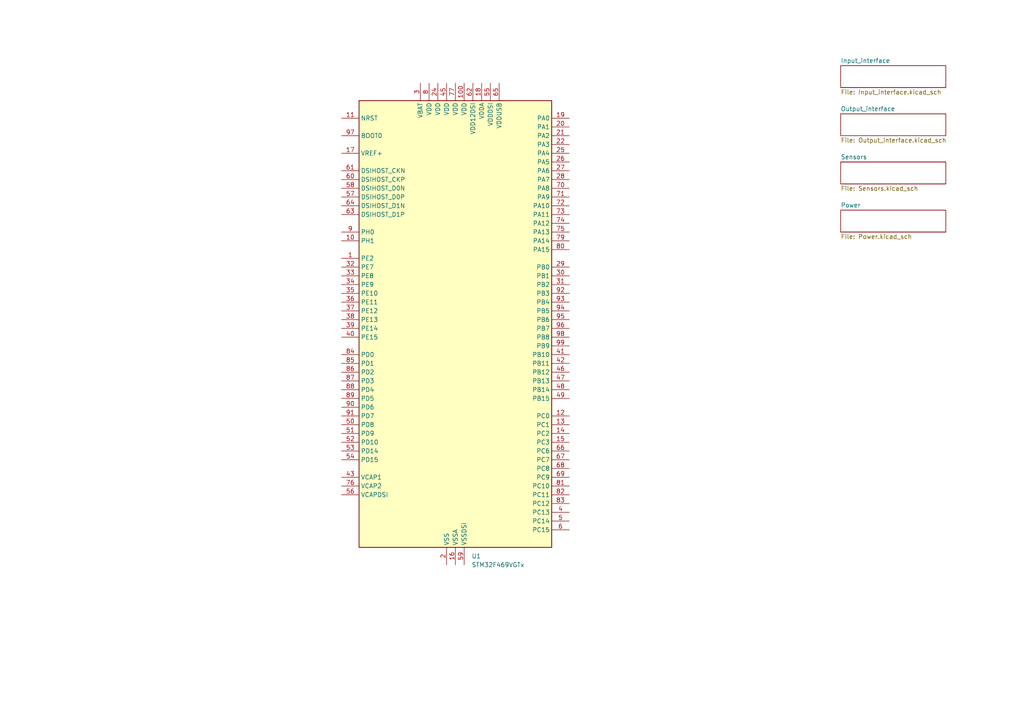
<source format=kicad_sch>
(kicad_sch (version 20250114) (generator "eeschema") (generator_version "9.0")
  (paper "A4")
  (lib_symbols
    (symbol "MCU_ST_STM32F4:STM32F469VGTx"
      (property "Reference" "U" (at -27.94 67.31 0))
      (property "Value" "STM32F469VGTx" (at 15.24 67.31 0))
      (symbol "STM32F469VGTx_0_1"
        (rectangle (start -27.94 -63.5) (end 27.94 66.04) (stroke (width 0.254)) (fill (type background)))
      )
      (symbol "STM32F469VGTx_1_1"
        (pin input line (at -33.02 60.96 0) (length 5.08) (name "NRST") (number "11"))
        (pin input line (at -33.02 55.88 0) (length 5.08) (name "BOOT0") (number "97"))
        (pin input line (at -33.02 50.8 0) (length 5.08) (name "VREF+") (number "17"))
        (pin bidirectional line (at -33.02 45.72 0) (length 5.08) (name "DSIHOST_CKN") (number "61"))
        (pin bidirectional line (at -33.02 43.18 0) (length 5.08) (name "DSIHOST_CKP") (number "60"))
        (pin bidirectional line (at -33.02 40.64 0) (length 5.08) (name "DSIHOST_D0N") (number "58"))
        (pin bidirectional line (at -33.02 38.1 0) (length 5.08) (name "DSIHOST_D0P") (number "57"))
        (pin bidirectional line (at -33.02 35.56 0) (length 5.08) (name "DSIHOST_D1N") (number "64"))
        (pin bidirectional line (at -33.02 33.02 0) (length 5.08) (name "DSIHOST_D1P") (number "63"))
        (pin bidirectional line (at -33.02 27.94 0) (length 5.08) (name "PH0") (number "9"))
        (pin bidirectional line (at -33.02 25.4 0) (length 5.08) (name "PH1") (number "10"))
        (pin bidirectional line (at -33.02 20.32 0) (length 5.08) (name "PE2") (number "1"))
        (pin bidirectional line (at -33.02 17.78 0) (length 5.08) (name "PE7") (number "32"))
        (pin bidirectional line (at -33.02 15.24 0) (length 5.08) (name "PE8") (number "33"))
        (pin bidirectional line (at -33.02 12.7 0) (length 5.08) (name "PE9") (number "34"))
        (pin bidirectional line (at -33.02 10.16 0) (length 5.08) (name "PE10") (number "35"))
        (pin bidirectional line (at -33.02 7.62 0) (length 5.08) (name "PE11") (number "36"))
        (pin bidirectional line (at -33.02 5.08 0) (length 5.08) (name "PE12") (number "37"))
        (pin bidirectional line (at -33.02 2.54 0) (length 5.08) (name "PE13") (number "38"))
        (pin bidirectional line (at -33.02 0 0) (length 5.08) (name "PE14") (number "39"))
        (pin bidirectional line (at -33.02 -2.54 0) (length 5.08) (name "PE15") (number "40"))
        (pin bidirectional line (at -33.02 -7.62 0) (length 5.08) (name "PD0") (number "84"))
        (pin bidirectional line (at -33.02 -10.16 0) (length 5.08) (name "PD1") (number "85"))
        (pin bidirectional line (at -33.02 -12.7 0) (length 5.08) (name "PD2") (number "86"))
        (pin bidirectional line (at -33.02 -15.24 0) (length 5.08) (name "PD3") (number "87"))
        (pin bidirectional line (at -33.02 -17.78 0) (length 5.08) (name "PD4") (number "88"))
        (pin bidirectional line (at -33.02 -20.32 0) (length 5.08) (name "PD5") (number "89"))
        (pin bidirectional line (at -33.02 -22.86 0) (length 5.08) (name "PD6") (number "90"))
        (pin bidirectional line (at -33.02 -25.4 0) (length 5.08) (name "PD7") (number "91"))
        (pin bidirectional line (at -33.02 -27.94 0) (length 5.08) (name "PD8") (number "50"))
        (pin bidirectional line (at -33.02 -30.48 0) (length 5.08) (name "PD9") (number "51"))
        (pin bidirectional line (at -33.02 -33.02 0) (length 5.08) (name "PD10") (number "52"))
        (pin bidirectional line (at -33.02 -35.56 0) (length 5.08) (name "PD14") (number "53"))
        (pin bidirectional line (at -33.02 -38.1 0) (length 5.08) (name "PD15") (number "54"))
        (pin power_out line (at -33.02 -43.18 0) (length 5.08) (name "VCAP1") (number "43"))
        (pin power_out line (at -33.02 -45.72 0) (length 5.08) (name "VCAP2") (number "76"))
        (pin power_out line (at -33.02 -48.26 0) (length 5.08) (name "VCAPDSI") (number "56"))
        (pin power_in line (at -10.16 71.12 270) (length 5.08) (name "VBAT") (number "3"))
        (pin power_in line (at -7.62 71.12 270) (length 5.08) (name "VDD") (number "8"))
        (pin power_in line (at -5.08 71.12 270) (length 5.08) (name "VDD") (number "24"))
        (pin power_in line (at -2.54 71.12 270) (length 5.08) (name "VDD") (number "45"))
        (pin power_in line (at -2.54 -68.58 90) (length 5.08) (name "VSS") (number "2"))
        (pin passive line (at -2.54 -68.58 90) (length 5.08) (hide yes) (name "VSS") (number "23"))
        (pin passive line (at -2.54 -68.58 90) (length 5.08) (hide yes) (name "VSS") (number "44"))
        (pin passive line (at -2.54 -68.58 90) (length 5.08) (hide yes) (name "VSS") (number "7"))
        (pin passive line (at -2.54 -68.58 90) (length 5.08) (hide yes) (name "VSS") (number "78"))
        (pin power_in line (at 0 71.12 270) (length 5.08) (name "VDD") (number "77"))
        (pin power_in line (at 0 -68.58 90) (length 5.08) (name "VSSA") (number "16"))
        (pin power_in line (at 2.54 71.12 270) (length 5.08) (name "VDD") (number "100"))
        (pin power_in line (at 2.54 -68.58 90) (length 5.08) (name "VSSDSI") (number "59"))
        (pin power_in line (at 5.08 71.12 270) (length 5.08) (name "VDD12DSI") (number "62"))
        (pin power_in line (at 7.62 71.12 270) (length 5.08) (name "VDDA") (number "18"))
        (pin power_in line (at 10.16 71.12 270) (length 5.08) (name "VDDDSI") (number "55"))
        (pin power_in line (at 12.7 71.12 270) (length 5.08) (name "VDDUSB") (number "65"))
        (pin bidirectional line (at 33.02 60.96 180) (length 5.08) (name "PA0") (number "19"))
        (pin bidirectional line (at 33.02 58.42 180) (length 5.08) (name "PA1") (number "20"))
        (pin bidirectional line (at 33.02 55.88 180) (length 5.08) (name "PA2") (number "21"))
        (pin bidirectional line (at 33.02 53.34 180) (length 5.08) (name "PA3") (number "22"))
        (pin bidirectional line (at 33.02 50.8 180) (length 5.08) (name "PA4") (number "25"))
        (pin bidirectional line (at 33.02 48.26 180) (length 5.08) (name "PA5") (number "26"))
        (pin bidirectional line (at 33.02 45.72 180) (length 5.08) (name "PA6") (number "27"))
        (pin bidirectional line (at 33.02 43.18 180) (length 5.08) (name "PA7") (number "28"))
        (pin bidirectional line (at 33.02 40.64 180) (length 5.08) (name "PA8") (number "70"))
        (pin bidirectional line (at 33.02 38.1 180) (length 5.08) (name "PA9") (number "71"))
        (pin bidirectional line (at 33.02 35.56 180) (length 5.08) (name "PA10") (number "72"))
        (pin bidirectional line (at 33.02 33.02 180) (length 5.08) (name "PA11") (number "73"))
        (pin bidirectional line (at 33.02 30.48 180) (length 5.08) (name "PA12") (number "74"))
        (pin bidirectional line (at 33.02 27.94 180) (length 5.08) (name "PA13") (number "75"))
        (pin bidirectional line (at 33.02 25.4 180) (length 5.08) (name "PA14") (number "79"))
        (pin bidirectional line (at 33.02 22.86 180) (length 5.08) (name "PA15") (number "80"))
        (pin bidirectional line (at 33.02 17.78 180) (length 5.08) (name "PB0") (number "29"))
        (pin bidirectional line (at 33.02 15.24 180) (length 5.08) (name "PB1") (number "30"))
        (pin bidirectional line (at 33.02 12.7 180) (length 5.08) (name "PB2") (number "31"))
        (pin bidirectional line (at 33.02 10.16 180) (length 5.08) (name "PB3") (number "92"))
        (pin bidirectional line (at 33.02 7.62 180) (length 5.08) (name "PB4") (number "93"))
        (pin bidirectional line (at 33.02 5.08 180) (length 5.08) (name "PB5") (number "94"))
        (pin bidirectional line (at 33.02 2.54 180) (length 5.08) (name "PB6") (number "95"))
        (pin bidirectional line (at 33.02 0 180) (length 5.08) (name "PB7") (number "96"))
        (pin bidirectional line (at 33.02 -2.54 180) (length 5.08) (name "PB8") (number "98"))
        (pin bidirectional line (at 33.02 -5.08 180) (length 5.08) (name "PB9") (number "99"))
        (pin bidirectional line (at 33.02 -7.62 180) (length 5.08) (name "PB10") (number "41"))
        (pin bidirectional line (at 33.02 -10.16 180) (length 5.08) (name "PB11") (number "42"))
        (pin bidirectional line (at 33.02 -12.7 180) (length 5.08) (name "PB12") (number "46"))
        (pin bidirectional line (at 33.02 -15.24 180) (length 5.08) (name "PB13") (number "47"))
        (pin bidirectional line (at 33.02 -17.78 180) (length 5.08) (name "PB14") (number "48"))
        (pin bidirectional line (at 33.02 -20.32 180) (length 5.08) (name "PB15") (number "49"))
        (pin bidirectional line (at 33.02 -25.4 180) (length 5.08) (name "PC0") (number "12"))
        (pin bidirectional line (at 33.02 -27.94 180) (length 5.08) (name "PC1") (number "13"))
        (pin bidirectional line (at 33.02 -30.48 180) (length 5.08) (name "PC2") (number "14"))
        (pin bidirectional line (at 33.02 -33.02 180) (length 5.08) (name "PC3") (number "15"))
        (pin bidirectional line (at 33.02 -35.56 180) (length 5.08) (name "PC6") (number "66"))
        (pin bidirectional line (at 33.02 -38.1 180) (length 5.08) (name "PC7") (number "67"))
        (pin bidirectional line (at 33.02 -40.64 180) (length 5.08) (name "PC8") (number "68"))
        (pin bidirectional line (at 33.02 -43.18 180) (length 5.08) (name "PC9") (number "69"))
        (pin bidirectional line (at 33.02 -45.72 180) (length 5.08) (name "PC10") (number "81"))
        (pin bidirectional line (at 33.02 -48.26 180) (length 5.08) (name "PC11") (number "82"))
        (pin bidirectional line (at 33.02 -50.8 180) (length 5.08) (name "PC12") (number "83"))
        (pin bidirectional line (at 33.02 -53.34 180) (length 5.08) (name "PC13") (number "4"))
        (pin bidirectional line (at 33.02 -55.88 180) (length 5.08) (name "PC14") (number "5"))
        (pin bidirectional line (at 33.02 -58.42 180) (length 5.08) (name "PC15") (number "6"))
      )
    )
  )
  (symbol (lib_id "MCU_ST_STM32F4:STM32F469VGTx") (at 132.08 95.25 0) (unit 1)
    (property "Reference" "U1" (at 136.7633 161.29 0) (effects (justify left)))
    (property "Value" "STM32F469VGTx" (at 136.7633 163.83 0) (effects (justify left)))
    (property "Footprint" "Package_QFP:LQFP-100_14x14mm_P0.5mm" (effects (hide yes)))
    (property "Datasheet" "https://www.st.com/resource/en/datasheet/stm32f469vg.pdf" (effects (hide yes)))
    (property "Description" "STMicroelectronics Arm Cortex-M4 MCU, 1024KB flash, 384KB RAM, 180 MHz, 1.7-3.6V, 71 GPIO, LQFP100" (effects (hide yes)))
  )
  (sheet (at 243.84 19.05) (size 30.48 6.35) (stroke (width 0.1524))
    (property "Sheetname" "Input_interface" (at 243.84 18.3384 0) (effects (justify left bottom)))
    (property "Sheetfile" "Input_interface.kicad_sch" (at 243.84 25.9846 0) (effects (justify left top)))
  )
  (sheet (at 243.84 60.96) (size 30.48 6.35) (stroke (width 0.1524))
    (property "Sheetname" "Power" (at 243.84 60.2484 0) (effects (justify left bottom)))
    (property "Sheetfile" "Power.kicad_sch" (at 243.84 67.8946 0) (effects (justify left top)))
  )
  (sheet (at 243.84 46.99) (size 30.48 6.35) (stroke (width 0.1524))
    (property "Sheetname" "Sensors" (at 243.84 46.2784 0) (effects (justify left bottom)))
    (property "Sheetfile" "Sensors.kicad_sch" (at 243.84 53.9246 0) (effects (justify left top)))
  )
  (sheet (at 243.84 33.02) (size 30.48 6.35) (stroke (width 0.1524))
    (property "Sheetname" "Output_interface" (at 243.84 32.3084 0) (effects (justify left bottom)))
    (property "Sheetfile" "Output_interface.kicad_sch" (at 243.84 39.9546 0) (effects (justify left top)))
  )
)
</source>
